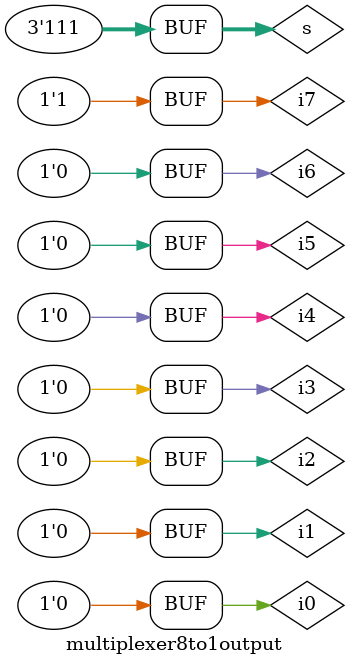
<source format=v>
`timescale 1ns / 1ps


module multiplexer8to1output;

	// Inputs
	reg i0;
	reg i1;
	reg i2;
	reg i3;
	reg i4;
	reg i5;
	reg i6;
	reg i7;
	reg [2:0]s;
	wire y;
	

	// Instantiate the Unit Under Test (UUT)
	multiplexer8to1 uut (
		.i0(i0), 
		.i1(i1), 
		.i2(i2), 
		.i3(i3), 
		.i4(i4), 
		.i5(i5),
		.i6(i6), 
		.i7(i7),
		.s(s), 
		.y(y),

	);

	initial begin
		// Initialize Inputs
		i0 = 1;
		i1 = 0;
		i2 = 0;
		i3 = 0;
		i4 = 0;
		i5 = 0;
		i6 = 0;
		i7 = 0;
		s = 3'b000;

		// Wait 100 ns for global reset to finish
		#100;
        
		i0 = 0;
		i1 = 1;
		i2 = 0;
		i3 = 0;
		i4 = 0;
		i5 = 0;
		i6 = 0;
		i7 = 0;
		s = 3'b001;
		#100;
		i0 = 0;
		i1 = 0;
		i2 = 1;
		i3 = 0;
		i4 = 0;
		i5 = 0;
		i6 = 0;
		i7 = 0;
		s = 3'b010;
		#100;
		i0 = 0;
		i1 = 0;
		i2 = 0;
		i3 = 1;
		i4 = 0;
		i5 = 0;
		i6 = 0;
		i7 = 0;
		s = 3'b011;
		#100;
		i0 = 0;
		i1 = 0;
		i2 = 0;
		i3 = 0;
		i4 = 1;
		i5 = 0;
		i6 = 0;
		i7 = 0;
		s = 3'b100;
		#100;
		i0 = 0;
		i1 = 0;
		i2 = 0;
		i3 = 0;
		i4 = 0;
		i5 = 1;
		i6 = 0;
		i7 = 0;
		s = 3'b101;
		#100;
		i0 = 0;
		i1 = 0;
		i2 = 0;
		i3 = 0;
		i4 = 0;
		i5 = 0;
		i6 = 1;
		i7 = 0;
		s = 3'b110;
		#100;
		i0 = 0;
		i1 = 0;
		i2 = 0;
		i3 = 0;
		i4 = 0;
		i5 = 0;
		i6 = 0;
		i7 = 1;
		s = 3'b111;
		#100;
		// Add stimulus here

	end
      
endmodule


</source>
